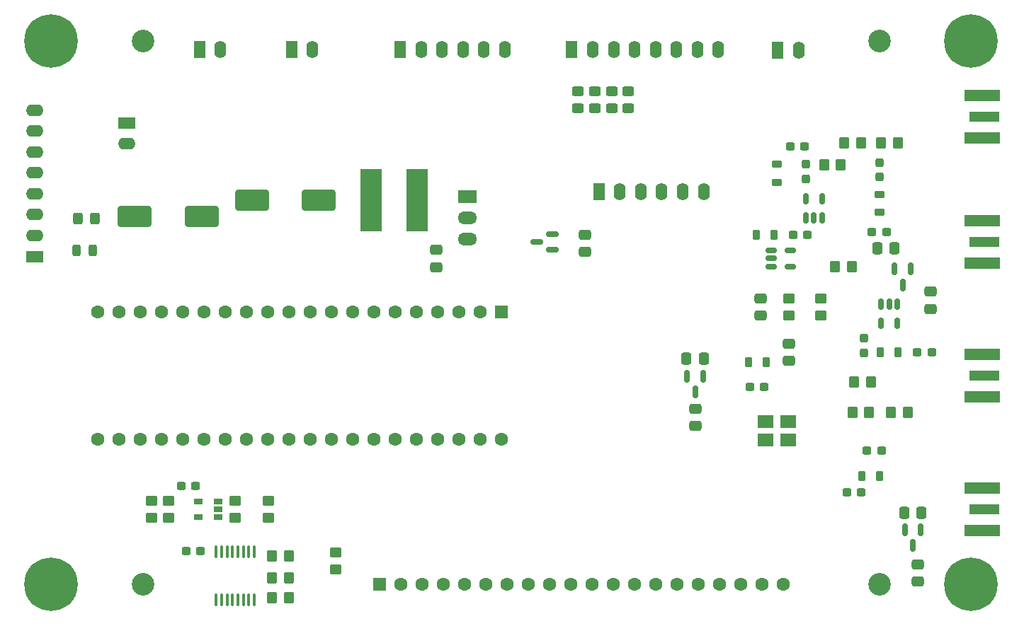
<source format=gts>
G04 #@! TF.GenerationSoftware,KiCad,Pcbnew,6.0.2-378541a8eb~116~ubuntu20.04.1*
G04 #@! TF.CreationDate,2022-04-19T13:42:03-07:00*
G04 #@! TF.ProjectId,vfo-control-mcu,76666f2d-636f-46e7-9472-6f6c2d6d6375,rev?*
G04 #@! TF.SameCoordinates,Original*
G04 #@! TF.FileFunction,Soldermask,Top*
G04 #@! TF.FilePolarity,Negative*
%FSLAX46Y46*%
G04 Gerber Fmt 4.6, Leading zero omitted, Abs format (unit mm)*
G04 Created by KiCad (PCBNEW 6.0.2-378541a8eb~116~ubuntu20.04.1) date 2022-04-19 13:42:03*
%MOMM*%
%LPD*%
G01*
G04 APERTURE LIST*
G04 Aperture macros list*
%AMRoundRect*
0 Rectangle with rounded corners*
0 $1 Rounding radius*
0 $2 $3 $4 $5 $6 $7 $8 $9 X,Y pos of 4 corners*
0 Add a 4 corners polygon primitive as box body*
4,1,4,$2,$3,$4,$5,$6,$7,$8,$9,$2,$3,0*
0 Add four circle primitives for the rounded corners*
1,1,$1+$1,$2,$3*
1,1,$1+$1,$4,$5*
1,1,$1+$1,$6,$7*
1,1,$1+$1,$8,$9*
0 Add four rect primitives between the rounded corners*
20,1,$1+$1,$2,$3,$4,$5,0*
20,1,$1+$1,$4,$5,$6,$7,0*
20,1,$1+$1,$6,$7,$8,$9,0*
20,1,$1+$1,$8,$9,$2,$3,0*%
G04 Aperture macros list end*
%ADD10RoundRect,0.249999X0.325001X0.450001X-0.325001X0.450001X-0.325001X-0.450001X0.325001X-0.450001X0*%
%ADD11RoundRect,0.243750X-0.243750X-0.456250X0.243750X-0.456250X0.243750X0.456250X-0.243750X0.456250X0*%
%ADD12R,2.100000X1.400000*%
%ADD13O,2.100000X1.400000*%
%ADD14R,1.400000X2.100000*%
%ADD15O,1.400000X2.100000*%
%ADD16R,2.500000X7.500000*%
%ADD17C,6.400000*%
%ADD18C,0.800000*%
%ADD19RoundRect,0.249999X0.450001X-0.325001X0.450001X0.325001X-0.450001X0.325001X-0.450001X-0.325001X0*%
%ADD20R,1.600000X1.600000*%
%ADD21C,1.600000*%
%ADD22R,2.300000X1.500000*%
%ADD23O,2.300000X1.500000*%
%ADD24RoundRect,0.150000X0.587500X0.150000X-0.587500X0.150000X-0.587500X-0.150000X0.587500X-0.150000X0*%
%ADD25RoundRect,0.250000X-0.475000X0.337500X-0.475000X-0.337500X0.475000X-0.337500X0.475000X0.337500X0*%
%ADD26RoundRect,0.218750X0.218750X0.381250X-0.218750X0.381250X-0.218750X-0.381250X0.218750X-0.381250X0*%
%ADD27RoundRect,0.237500X-0.300000X-0.237500X0.300000X-0.237500X0.300000X0.237500X-0.300000X0.237500X0*%
%ADD28RoundRect,0.250000X0.450000X-0.350000X0.450000X0.350000X-0.450000X0.350000X-0.450000X-0.350000X0*%
%ADD29RoundRect,0.218750X-0.381250X0.218750X-0.381250X-0.218750X0.381250X-0.218750X0.381250X0.218750X0*%
%ADD30RoundRect,0.218750X-0.218750X-0.381250X0.218750X-0.381250X0.218750X0.381250X-0.218750X0.381250X0*%
%ADD31RoundRect,0.237500X-0.237500X0.300000X-0.237500X-0.300000X0.237500X-0.300000X0.237500X0.300000X0*%
%ADD32RoundRect,0.150000X-0.150000X0.587500X-0.150000X-0.587500X0.150000X-0.587500X0.150000X0.587500X0*%
%ADD33RoundRect,0.100000X0.100000X-0.637500X0.100000X0.637500X-0.100000X0.637500X-0.100000X-0.637500X0*%
%ADD34RoundRect,0.250000X0.337500X0.475000X-0.337500X0.475000X-0.337500X-0.475000X0.337500X-0.475000X0*%
%ADD35R,4.200000X1.350000*%
%ADD36R,3.600000X1.270000*%
%ADD37RoundRect,0.250000X0.350000X0.450000X-0.350000X0.450000X-0.350000X-0.450000X0.350000X-0.450000X0*%
%ADD38RoundRect,0.250000X-0.350000X-0.450000X0.350000X-0.450000X0.350000X0.450000X-0.350000X0.450000X0*%
%ADD39RoundRect,0.150000X-0.150000X0.512500X-0.150000X-0.512500X0.150000X-0.512500X0.150000X0.512500X0*%
%ADD40RoundRect,0.250000X-0.450000X0.350000X-0.450000X-0.350000X0.450000X-0.350000X0.450000X0.350000X0*%
%ADD41RoundRect,0.237500X0.300000X0.237500X-0.300000X0.237500X-0.300000X-0.237500X0.300000X-0.237500X0*%
%ADD42RoundRect,0.250000X-0.337500X-0.475000X0.337500X-0.475000X0.337500X0.475000X-0.337500X0.475000X0*%
%ADD43R,1.000000X0.700000*%
%ADD44RoundRect,0.237500X0.237500X-0.300000X0.237500X0.300000X-0.237500X0.300000X-0.237500X-0.300000X0*%
%ADD45RoundRect,0.250000X0.475000X-0.337500X0.475000X0.337500X-0.475000X0.337500X-0.475000X-0.337500X0*%
%ADD46RoundRect,0.250000X-1.750000X-1.000000X1.750000X-1.000000X1.750000X1.000000X-1.750000X1.000000X0*%
%ADD47RoundRect,0.150000X0.150000X-0.512500X0.150000X0.512500X-0.150000X0.512500X-0.150000X-0.512500X0*%
%ADD48R,1.950000X1.650000*%
%ADD49RoundRect,0.150000X-0.512500X-0.150000X0.512500X-0.150000X0.512500X0.150000X-0.512500X0.150000X0*%
%ADD50RoundRect,0.218750X0.381250X-0.218750X0.381250X0.218750X-0.381250X0.218750X-0.381250X-0.218750X0*%
%ADD51RoundRect,0.250000X1.750000X1.000000X-1.750000X1.000000X-1.750000X-1.000000X1.750000X-1.000000X0*%
%ADD52C,2.700000*%
G04 APERTURE END LIST*
D10*
X100225000Y-81200000D03*
X98175000Y-81200000D03*
D11*
X98062500Y-85000000D03*
X99937500Y-85000000D03*
D12*
X104000000Y-69750000D03*
D13*
X104000000Y-72250000D03*
D14*
X123750000Y-61000000D03*
D15*
X126250000Y-61000000D03*
D14*
X112750000Y-61000000D03*
D15*
X115250000Y-61000000D03*
D12*
X93000000Y-85750000D03*
D13*
X93000000Y-83250000D03*
X93000000Y-80750000D03*
X93000000Y-78250000D03*
X93000000Y-75750000D03*
X93000000Y-73250000D03*
X93000000Y-70750000D03*
X93000000Y-68250000D03*
D14*
X157250000Y-61000000D03*
D15*
X159750000Y-61000000D03*
X162250000Y-61000000D03*
X164750000Y-61000000D03*
X167250000Y-61000000D03*
X169750000Y-61000000D03*
X172250000Y-61000000D03*
X174750000Y-61000000D03*
D14*
X136750000Y-61000000D03*
D15*
X139250000Y-61000000D03*
X141750000Y-61000000D03*
X144250000Y-61000000D03*
X146750000Y-61000000D03*
X149250000Y-61000000D03*
D14*
X160500000Y-78000000D03*
D15*
X163000000Y-78000000D03*
X165500000Y-78000000D03*
X168000000Y-78000000D03*
X170500000Y-78000000D03*
X173000000Y-78000000D03*
D16*
X138750000Y-79000000D03*
X133250000Y-79000000D03*
D17*
X95000000Y-60000000D03*
D18*
X96697056Y-58302944D03*
X92600000Y-60000000D03*
X97400000Y-60000000D03*
X93302944Y-61697056D03*
X93302944Y-58302944D03*
X96697056Y-61697056D03*
X95000000Y-62400000D03*
X95000000Y-57600000D03*
X206697056Y-61697056D03*
X203302944Y-61697056D03*
X203302944Y-58302944D03*
X205000000Y-57600000D03*
X207400000Y-60000000D03*
X202600000Y-60000000D03*
D17*
X205000000Y-60000000D03*
D18*
X206697056Y-58302944D03*
X205000000Y-62400000D03*
X207400000Y-125000000D03*
X203302944Y-123302944D03*
X203302944Y-126697056D03*
D17*
X205000000Y-125000000D03*
D18*
X205000000Y-122600000D03*
X205000000Y-127400000D03*
X206697056Y-126697056D03*
X206697056Y-123302944D03*
X202600000Y-125000000D03*
D17*
X95000000Y-125000000D03*
D18*
X95000000Y-127400000D03*
X96697056Y-126697056D03*
X92600000Y-125000000D03*
X93302944Y-123302944D03*
X93302944Y-126697056D03*
X97400000Y-125000000D03*
X96697056Y-123302944D03*
X95000000Y-122600000D03*
D19*
X158000000Y-68025000D03*
X158000000Y-65975000D03*
X160000000Y-68025000D03*
X160000000Y-65975000D03*
X162000000Y-68025000D03*
X162000000Y-65975000D03*
X164000000Y-68025000D03*
X164000000Y-65975000D03*
D20*
X148800000Y-92380000D03*
D21*
X146260000Y-92380000D03*
X143720000Y-92380000D03*
X141180000Y-92380000D03*
X138640000Y-92380000D03*
X136100000Y-92380000D03*
X133560000Y-92380000D03*
X131020000Y-92380000D03*
X128480000Y-92380000D03*
X125940000Y-92380000D03*
X123400000Y-92380000D03*
X120860000Y-92380000D03*
X118320000Y-92380000D03*
X115780000Y-92380000D03*
X113240000Y-92380000D03*
X110700000Y-92380000D03*
X108160000Y-92380000D03*
X105620000Y-92380000D03*
X103080000Y-92380000D03*
X100540000Y-92380000D03*
X100540000Y-107620000D03*
X103080000Y-107620000D03*
X105620000Y-107620000D03*
X108160000Y-107620000D03*
X110700000Y-107620000D03*
X113240000Y-107620000D03*
X115780000Y-107620000D03*
X118320000Y-107620000D03*
X120860000Y-107620000D03*
X123400000Y-107620000D03*
X125940000Y-107620000D03*
X128480000Y-107620000D03*
X131020000Y-107620000D03*
X133560000Y-107620000D03*
X136100000Y-107620000D03*
X138640000Y-107620000D03*
X141180000Y-107620000D03*
X143720000Y-107620000D03*
X146260000Y-107620000D03*
X148800000Y-107620000D03*
D22*
X144792500Y-78553000D03*
D23*
X144792500Y-81093000D03*
X144792500Y-83633000D03*
D24*
X154937500Y-84950000D03*
X154937500Y-83050000D03*
X153062500Y-84000000D03*
D25*
X141000000Y-84962500D03*
X141000000Y-87037500D03*
X158800000Y-83162500D03*
X158800000Y-85237500D03*
D26*
X180462500Y-98400000D03*
X178337500Y-98400000D03*
D27*
X183675000Y-83200000D03*
X185400000Y-83200000D03*
D28*
X187000000Y-92800000D03*
X187000000Y-90800000D03*
D27*
X183337500Y-72600000D03*
X185062500Y-72600000D03*
D29*
X181800000Y-74737500D03*
X181800000Y-76862500D03*
D30*
X191937500Y-112000000D03*
X194062500Y-112000000D03*
D31*
X194000000Y-74537500D03*
X194000000Y-76262500D03*
D32*
X197750000Y-87262500D03*
X195850000Y-87262500D03*
X196800000Y-89137500D03*
D28*
X183200000Y-92800000D03*
X183200000Y-90800000D03*
D33*
X114725000Y-126862500D03*
X115375000Y-126862500D03*
X116025000Y-126862500D03*
X116675000Y-126862500D03*
X117325000Y-126862500D03*
X117975000Y-126862500D03*
X118625000Y-126862500D03*
X119275000Y-126862500D03*
X119275000Y-121137500D03*
X118625000Y-121137500D03*
X117975000Y-121137500D03*
X117325000Y-121137500D03*
X116675000Y-121137500D03*
X116025000Y-121137500D03*
X115375000Y-121137500D03*
X114725000Y-121137500D03*
D34*
X195837500Y-84800000D03*
X193762500Y-84800000D03*
D28*
X129000000Y-123200000D03*
X129000000Y-121200000D03*
D35*
X206337500Y-71550000D03*
D36*
X206537500Y-69000000D03*
D35*
X206337500Y-66450000D03*
D37*
X189400000Y-74800000D03*
X187400000Y-74800000D03*
D25*
X200100000Y-89962500D03*
X200100000Y-92037500D03*
D38*
X190800000Y-104400000D03*
X192800000Y-104400000D03*
D39*
X196150000Y-91462500D03*
X195200000Y-91462500D03*
X194250000Y-91462500D03*
X194250000Y-93737500D03*
X196150000Y-93737500D03*
D25*
X172000000Y-103962500D03*
X172000000Y-106037500D03*
D38*
X191000000Y-100800000D03*
X193000000Y-100800000D03*
D40*
X117000000Y-115000000D03*
X117000000Y-117000000D03*
D41*
X191862500Y-114000000D03*
X190137500Y-114000000D03*
D40*
X109000000Y-115000000D03*
X109000000Y-117000000D03*
D37*
X123400000Y-124200000D03*
X121400000Y-124200000D03*
D42*
X170962500Y-98000000D03*
X173037500Y-98000000D03*
D43*
X115000000Y-116950000D03*
X115000000Y-116000000D03*
X115000000Y-115050000D03*
X112600000Y-115050000D03*
X112600000Y-116950000D03*
D38*
X189800000Y-72200000D03*
X191800000Y-72200000D03*
D44*
X192200000Y-97262500D03*
X192200000Y-95537500D03*
D40*
X107000000Y-115000000D03*
X107000000Y-117000000D03*
D25*
X198600000Y-122600000D03*
X198600000Y-124675000D03*
D41*
X194862500Y-82800000D03*
X193137500Y-82800000D03*
D42*
X196962500Y-116400000D03*
X199037500Y-116400000D03*
D27*
X192537500Y-109000000D03*
X194262500Y-109000000D03*
X198537500Y-97200000D03*
X200262500Y-97200000D03*
D32*
X198950000Y-118462500D03*
X197050000Y-118462500D03*
X198000000Y-120337500D03*
D40*
X121000000Y-115000000D03*
X121000000Y-117000000D03*
D37*
X123400000Y-121600000D03*
X121400000Y-121600000D03*
D41*
X180262500Y-101400000D03*
X178537500Y-101400000D03*
X112262500Y-113200000D03*
X110537500Y-113200000D03*
D37*
X123400000Y-126600000D03*
X121400000Y-126600000D03*
D32*
X172950000Y-100062500D03*
X171050000Y-100062500D03*
X172000000Y-101937500D03*
D25*
X183200000Y-96162500D03*
X183200000Y-98237500D03*
D45*
X179800000Y-92837500D03*
X179800000Y-90762500D03*
D30*
X179337500Y-83200000D03*
X181462500Y-83200000D03*
D38*
X195400000Y-104400000D03*
X197400000Y-104400000D03*
D46*
X105000000Y-81000000D03*
X113000000Y-81000000D03*
D35*
X206337500Y-118550000D03*
D36*
X206537500Y-116000000D03*
D35*
X206337500Y-113450000D03*
D38*
X194200000Y-72200000D03*
X196200000Y-72200000D03*
D14*
X181850000Y-61075000D03*
D15*
X184350000Y-61075000D03*
D41*
X112862500Y-121000000D03*
X111137500Y-121000000D03*
D47*
X185250000Y-81137500D03*
X186200000Y-81137500D03*
X187150000Y-81137500D03*
X187150000Y-78862500D03*
X185250000Y-78862500D03*
D48*
X180400000Y-107700000D03*
X183150000Y-107700000D03*
X183150000Y-105500000D03*
X180400000Y-105500000D03*
D37*
X190700000Y-87000000D03*
X188700000Y-87000000D03*
D35*
X206337500Y-86550000D03*
D36*
X206537500Y-84000000D03*
D35*
X206337500Y-81450000D03*
D49*
X181062500Y-85050000D03*
X181062500Y-86000000D03*
X181062500Y-86950000D03*
X183337500Y-86950000D03*
X183337500Y-85050000D03*
D50*
X194000000Y-80462500D03*
X194000000Y-78337500D03*
D30*
X194137500Y-97200000D03*
X196262500Y-97200000D03*
D51*
X127000000Y-79000000D03*
X119000000Y-79000000D03*
D35*
X206337500Y-102550000D03*
D36*
X206537500Y-100000000D03*
D35*
X206337500Y-97450000D03*
D44*
X185200000Y-76462500D03*
X185200000Y-74737500D03*
D20*
X134240000Y-125000000D03*
D21*
X136780000Y-125000000D03*
X139320000Y-125000000D03*
X141860000Y-125000000D03*
X144400000Y-125000000D03*
X146940000Y-125000000D03*
X149480000Y-125000000D03*
X152020000Y-125000000D03*
X154560000Y-125000000D03*
X157100000Y-125000000D03*
X159640000Y-125000000D03*
X162180000Y-125000000D03*
X164720000Y-125000000D03*
X167260000Y-125000000D03*
X169800000Y-125000000D03*
X172340000Y-125000000D03*
X174880000Y-125000000D03*
X177420000Y-125000000D03*
X179960000Y-125000000D03*
X182500000Y-125000000D03*
D52*
X106000000Y-125000000D03*
X194000000Y-60000000D03*
X106000000Y-60000000D03*
X194000000Y-125000000D03*
M02*

</source>
